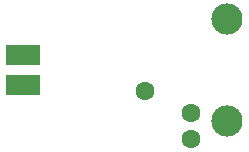
<source format=gbr>
G04 EAGLE Gerber RS-274X export*
G75*
%MOMM*%
%FSLAX34Y34*%
%LPD*%
%INSoldermask Bottom*%
%IPPOS*%
%AMOC8*
5,1,8,0,0,1.08239X$1,22.5*%
G01*
%ADD10C,2.641600*%
%ADD11R,2.921000X1.651000*%
%ADD12C,1.601600*%


D10*
X228600Y111760D03*
X228600Y25400D03*
D11*
X55880Y55880D03*
X55880Y81280D03*
D12*
X198120Y31750D03*
X198120Y10160D03*
X158750Y50800D03*
M02*

</source>
